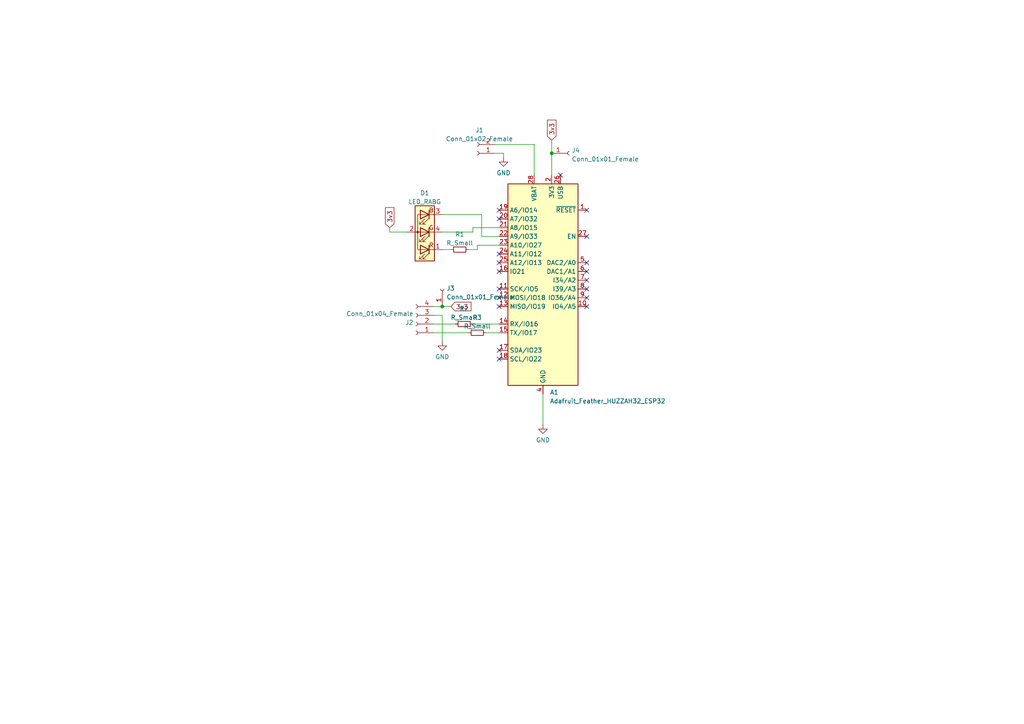
<source format=kicad_sch>
(kicad_sch (version 20211123) (generator eeschema)
  (paper "A4")
  (title_block (title "Pipetta Cognito Shield") (date "2022-06-22") (rev "2.0") (comment 1 "Simone Guercio"))
  (lib_symbols
    (symbol "Connector:Conn_01x01_Female" (pin_names (offset 1.016) hide)
      (property "Reference" "J" (at 0 2.54 0))
      (property "Value" "Conn_01x01_Female" (at 0 -2.54 0))
      (symbol "Conn_01x01_Female_1_1"
        (polyline (pts (xy -1.27 0) (xy -0.508 0)) (stroke (width 0.1524)))
        (arc (start 0 0.508) (mid -0.508 0) (end 0 -0.508) (stroke (width 0.1524)))
        (pin passive line (at -5.08 0 0) (length 3.81) (name "Pin_1") (number "1"))
      )
    )
    (symbol "Connector:Conn_01x02_Female" (pin_names (offset 1.016) hide)
      (property "Reference" "J" (at 0 2.54 0))
      (property "Value" "Conn_01x02_Female" (at 0 -5.08 0))
      (symbol "Conn_01x02_Female_1_1"
        (arc (start 0 -2.032) (mid -0.508 -2.54) (end 0 -3.048) (stroke (width 0.1524)))
        (polyline (pts (xy -1.27 -2.54) (xy -0.508 -2.54)) (stroke (width 0.1524)))
        (polyline (pts (xy -1.27 0) (xy -0.508 0)) (stroke (width 0.1524)))
        (arc (start 0 0.508) (mid -0.508 0) (end 0 -0.508) (stroke (width 0.1524)))
        (pin passive line (at -5.08 0 0) (length 3.81) (name "Pin_1") (number "1"))
        (pin passive line (at -5.08 -2.54 0) (length 3.81) (name "Pin_2") (number "2"))
      )
    )
    (symbol "Connector:Conn_01x04_Female" (pin_names (offset 1.016) hide)
      (property "Reference" "J" (at 0 5.08 0))
      (property "Value" "Conn_01x04_Female" (at 0 -7.62 0))
      (symbol "Conn_01x04_Female_1_1"
        (arc (start 0 -4.572) (mid -0.508 -5.08) (end 0 -5.588) (stroke (width 0.1524)))
        (arc (start 0 -2.032) (mid -0.508 -2.54) (end 0 -3.048) (stroke (width 0.1524)))
        (polyline (pts (xy -1.27 -5.08) (xy -0.508 -5.08)) (stroke (width 0.1524)))
        (polyline (pts (xy -1.27 -2.54) (xy -0.508 -2.54)) (stroke (width 0.1524)))
        (polyline (pts (xy -1.27 0) (xy -0.508 0)) (stroke (width 0.1524)))
        (polyline (pts (xy -1.27 2.54) (xy -0.508 2.54)) (stroke (width 0.1524)))
        (arc (start 0 0.508) (mid -0.508 0) (end 0 -0.508) (stroke (width 0.1524)))
        (arc (start 0 3.048) (mid -0.508 2.54) (end 0 2.032) (stroke (width 0.1524)))
        (pin passive line (at -5.08 2.54 0) (length 3.81) (name "Pin_1") (number "1"))
        (pin passive line (at -5.08 0 0) (length 3.81) (name "Pin_2") (number "2"))
        (pin passive line (at -5.08 -2.54 0) (length 3.81) (name "Pin_3") (number "3"))
        (pin passive line (at -5.08 -5.08 0) (length 3.81) (name "Pin_4") (number "4"))
      )
    )
    (symbol "Device:LED_RABG" (pin_names (offset 0) hide)
      (property "Reference" "D" (at 0 9.398 0))
      (property "Value" "LED_RABG" (at 0 -8.89 0))
      (symbol "LED_RABG_0_0"
        (text "B" (at -1.905 -6.35 0) (effects (font (size 1.27 1.27))))
        (text "G" (at -1.905 -1.27 0) (effects (font (size 1.27 1.27))))
        (text "R" (at -1.905 3.81 0) (effects (font (size 1.27 1.27))))
      )
      (symbol "LED_RABG_0_1"
        (polyline (pts (xy -1.27 -5.08) (xy -2.54 -5.08)))
        (polyline (pts (xy -1.27 -5.08) (xy 1.27 -5.08)))
        (polyline (pts (xy -1.27 -3.81) (xy -1.27 -6.35)) (stroke (width 0.254)))
        (polyline (pts (xy -1.27 0) (xy -2.54 0)))
        (polyline (pts (xy -1.27 1.27) (xy -1.27 -1.27)) (stroke (width 0.254)))
        (polyline (pts (xy -1.27 5.08) (xy -2.54 5.08)))
        (polyline (pts (xy -1.27 5.08) (xy 1.27 5.08)))
        (polyline (pts (xy -1.27 6.35) (xy -1.27 3.81)) (stroke (width 0.254)))
        (polyline (pts (xy 1.27 0) (xy -1.27 0)))
        (polyline (pts (xy 1.27 0) (xy 2.54 0)))
        (polyline (pts (xy -1.27 1.27) (xy -1.27 -1.27) (xy -1.27 -1.27)))
        (polyline (pts (xy -1.27 6.35) (xy -1.27 3.81) (xy -1.27 3.81)))
        (polyline (pts (xy 1.27 -5.08) (xy 2.032 -5.08) (xy 2.032 5.08) (xy 1.27 5.08)))
        (polyline (pts (xy 1.27 -3.81) (xy 1.27 -6.35) (xy -1.27 -5.08) (xy 1.27 -3.81)) (stroke (width 0.254)))
        (polyline (pts (xy 1.27 1.27) (xy 1.27 -1.27) (xy -1.27 0) (xy 1.27 1.27)) (stroke (width 0.254)))
        (polyline (pts (xy 1.27 6.35) (xy 1.27 3.81) (xy -1.27 5.08) (xy 1.27 6.35)) (stroke (width 0.254)))
        (polyline (pts (xy -1.016 -3.81) (xy 0.508 -2.286) (xy -0.254 -2.286) (xy 0.508 -2.286) (xy 0.508 -3.048)))
        (polyline (pts (xy -1.016 1.27) (xy 0.508 2.794) (xy -0.254 2.794) (xy 0.508 2.794) (xy 0.508 2.032)))
        (polyline (pts (xy -1.016 6.35) (xy 0.508 7.874) (xy -0.254 7.874) (xy 0.508 7.874) (xy 0.508 7.112)))
        (polyline (pts (xy 0 -3.81) (xy 1.524 -2.286) (xy 0.762 -2.286) (xy 1.524 -2.286) (xy 1.524 -3.048)))
        (polyline (pts (xy 0 1.27) (xy 1.524 2.794) (xy 0.762 2.794) (xy 1.524 2.794) (xy 1.524 2.032)))
        (polyline (pts (xy 0 6.35) (xy 1.524 7.874) (xy 0.762 7.874) (xy 1.524 7.874) (xy 1.524 7.112)))
        (rectangle (start 1.27 -1.27) (end 1.27 1.27))
        (rectangle (start 1.27 1.27) (end 1.27 1.27))
        (rectangle (start 1.27 3.81) (end 1.27 6.35))
        (rectangle (start 1.27 6.35) (end 1.27 6.35))
        (circle (center 2.032 0) (radius 0.254) (fill (type outline)))
        (rectangle (start 2.794 8.382) (end -2.794 -7.62) (stroke (width 0.254)) (fill (type background)))
      )
      (symbol "LED_RABG_1_1"
        (pin passive line (at -5.08 5.08 0) (length 2.54) (name "RK") (number "1"))
        (pin passive line (at 5.08 0 180) (length 2.54) (name "A") (number "2"))
        (pin passive line (at -5.08 -5.08 0) (length 2.54) (name "BK") (number "3"))
        (pin passive line (at -5.08 0 0) (length 2.54) (name "GK") (number "4"))
      )
    )
    (symbol "Device:R_Small" (pin_numbers hide) (pin_names (offset 0.254) hide)
      (property "Reference" "R" (at 0.762 0.508 0))
      (property "Value" "R_Small" (at 0.762 -1.016 0))
      (symbol "R_Small_0_1"
        (rectangle (start -0.762 1.778) (end 0.762 -1.778) (stroke (width 0.2032)))
      )
      (symbol "R_Small_1_1"
        (pin passive line (at 0 2.54 270) (length 0.762) (name "~") (number "1"))
        (pin passive line (at 0 -2.54 90) (length 0.762) (name "~") (number "2"))
      )
    )
    (symbol "MCU_Module:Adafruit_Feather_HUZZAH32_ESP32"
      (property "Reference" "A" (at -10.16 29.21 0))
      (property "Value" "Adafruit_Feather_HUZZAH32_ESP32" (at 2.54 -31.75 0))
      (symbol "Adafruit_Feather_HUZZAH32_ESP32_0_1"
        (rectangle (start -10.16 27.94) (end 10.16 -30.48) (stroke (width 0.254)) (fill (type background)))
      )
      (symbol "Adafruit_Feather_HUZZAH32_ESP32_1_1"
        (pin input line (at 12.7 20.32 180) (length 2.54) (name "~{RESET}") (number "1"))
        (pin bidirectional line (at 12.7 -7.62 180) (length 2.54) (name "IO4/A5") (number "10"))
        (pin bidirectional line (at -12.7 -2.54 0) (length 2.54) (name "SCK/IO5") (number "11"))
        (pin bidirectional line (at -12.7 -5.08 0) (length 2.54) (name "MOSI/IO18") (number "12"))
        (pin bidirectional line (at -12.7 -7.62 0) (length 2.54) (name "MISO/IO19") (number "13"))
        (pin bidirectional line (at -12.7 -12.7 0) (length 2.54) (name "RX/IO16") (number "14"))
        (pin bidirectional line (at -12.7 -15.24 0) (length 2.54) (name "TX/IO17") (number "15"))
        (pin bidirectional line (at -12.7 2.54 0) (length 2.54) (name "IO21") (number "16"))
        (pin bidirectional line (at -12.7 -20.32 0) (length 2.54) (name "SDA/IO23") (number "17"))
        (pin bidirectional line (at -12.7 -22.86 0) (length 2.54) (name "SCL/IO22") (number "18"))
        (pin bidirectional line (at -12.7 20.32 0) (length 2.54) (name "A6/IO14") (number "19"))
        (pin power_in line (at 2.54 30.48 270) (length 2.54) (name "3V3") (number "2"))
        (pin bidirectional line (at -12.7 17.78 0) (length 2.54) (name "A7/IO32") (number "20"))
        (pin bidirectional line (at -12.7 15.24 0) (length 2.54) (name "A8/IO15") (number "21"))
        (pin bidirectional line (at -12.7 12.7 0) (length 2.54) (name "A9/IO33") (number "22"))
        (pin bidirectional line (at -12.7 10.16 0) (length 2.54) (name "A10/IO27") (number "23"))
        (pin bidirectional line (at -12.7 7.62 0) (length 2.54) (name "A11/IO12") (number "24"))
        (pin bidirectional line (at -12.7 5.08 0) (length 2.54) (name "A12/IO13") (number "25"))
        (pin power_in line (at 5.08 30.48 270) (length 2.54) (name "USB") (number "26"))
        (pin input line (at 12.7 12.7 180) (length 2.54) (name "EN") (number "27"))
        (pin power_in line (at -2.54 30.48 270) (length 2.54) (name "VBAT") (number "28"))
        (pin no_connect line (at 10.16 10.16 180) (length 2.54) hide (name "NC") (number "3"))
        (pin power_in line (at 0 -33.02 90) (length 2.54) (name "GND") (number "4"))
        (pin bidirectional line (at 12.7 5.08 180) (length 2.54) (name "DAC2/A0") (number "5"))
        (pin bidirectional line (at 12.7 2.54 180) (length 2.54) (name "DAC1/A1") (number "6"))
        (pin bidirectional line (at 12.7 0 180) (length 2.54) (name "I34/A2") (number "7"))
        (pin bidirectional line (at 12.7 -2.54 180) (length 2.54) (name "I39/A3") (number "8"))
        (pin bidirectional line (at 12.7 -5.08 180) (length 2.54) (name "IO36/A4") (number "9"))
      )
    )
    (symbol "power:GND" (power) (pin_names (offset 0))
      (property "Value" "GND" (at 0 -3.81 0))
      (symbol "GND_0_1"
        (polyline (pts (xy 0 0) (xy 0 -1.27) (xy 1.27 -1.27) (xy 0 -2.54) (xy -1.27 -1.27) (xy 0 -1.27)))
      )
      (symbol "GND_1_1"
        (pin power_in line (at 0 0 270) (length 0) hide (name "GND") (number "1"))
      )
    )
  )
  (junction (at 128.27 88.9))
  (junction (at 160.02 44.45))
  (no_connect (at 144.78 104.14))
  (no_connect (at 144.78 101.6))
  (no_connect (at 170.18 60.96))
  (no_connect (at 170.18 68.58))
  (no_connect (at 170.18 88.9))
  (no_connect (at 170.18 76.2))
  (no_connect (at 170.18 78.74))
  (no_connect (at 170.18 81.28))
  (no_connect (at 170.18 83.82))
  (no_connect (at 170.18 86.36))
  (no_connect (at 144.78 88.9))
  (no_connect (at 144.78 86.36))
  (no_connect (at 144.78 83.82))
  (no_connect (at 144.78 78.74))
  (no_connect (at 144.78 76.2))
  (no_connect (at 144.78 73.66))
  (no_connect (at 144.78 63.5))
  (no_connect (at 144.78 60.96))
  (no_connect (at 162.56 50.8))
  (wire (pts (xy 125.73 93.98) (xy 132.08 93.98)))
  (wire (pts (xy 125.73 91.44) (xy 128.27 91.44)))
  (wire (pts (xy 139.7 62.23) (xy 139.7 68.58)))
  (wire (pts (xy 137.16 93.98) (xy 144.78 93.98)))
  (wire (pts (xy 113.03 66.04) (xy 113.03 67.31)))
  (wire (pts (xy 128.27 62.23) (xy 139.7 62.23)))
  (wire (pts (xy 138.43 71.12) (xy 144.78 71.12)))
  (wire (pts (xy 128.27 91.44) (xy 128.27 99.06)))
  (wire (pts (xy 146.05 44.45) (xy 146.05 45.72)))
  (wire (pts (xy 140.97 96.52) (xy 144.78 96.52)))
  (wire (pts (xy 137.16 66.04) (xy 144.78 66.04)))
  (wire (pts (xy 160.02 40.64) (xy 160.02 44.45)))
  (wire (pts (xy 143.51 44.45) (xy 146.05 44.45)))
  (wire (pts (xy 128.27 72.39) (xy 130.81 72.39)))
  (wire (pts (xy 138.43 72.39) (xy 138.43 71.12)))
  (wire (pts (xy 139.7 68.58) (xy 144.78 68.58)))
  (wire (pts (xy 160.02 44.45) (xy 160.02 50.8)))
  (wire (pts (xy 125.73 96.52) (xy 135.89 96.52)))
  (wire (pts (xy 157.48 114.3) (xy 157.48 123.19)))
  (wire (pts (xy 154.94 41.91) (xy 154.94 50.8)))
  (wire (pts (xy 128.27 67.31) (xy 137.16 67.31)))
  (wire (pts (xy 128.27 88.9) (xy 130.81 88.9)))
  (wire (pts (xy 135.89 72.39) (xy 138.43 72.39)))
  (wire (pts (xy 143.51 41.91) (xy 154.94 41.91)))
  (wire (pts (xy 137.16 67.31) (xy 137.16 66.04)))
  (wire (pts (xy 125.73 88.9) (xy 128.27 88.9)))
  (wire (pts (xy 113.03 67.31) (xy 118.11 67.31)))
  (global_label "3v3" (shape input) (at 130.81 88.9 0) (property "Intersheet References" "${INTERSHEET_REFS}" (effects hide)))
  (global_label "3v3" (shape input) (at 113.03 66.04 90) (property "Intersheet References" "${INTERSHEET_REFS}" (effects hide)))
  (global_label "3v3" (shape input) (at 160.02 40.64 90) (property "Intersheet References" "${INTERSHEET_REFS}" (effects hide)))
  (symbol (lib_id "power:GND") (at 146.05 45.72 0) (unit 1)
    (property "Reference" "#PWR02" (effects hide))
    (property "Value" "GND" (at 146.05 50.1634 0))
  )
  (symbol (lib_id "MCU_Module:Adafruit_Feather_HUZZAH32_ESP32") (at 157.48 81.28 0) (unit 1)
    (property "Reference" "A1" (at 159.4994 113.7904 0) (effects (justify left)))
    (property "Value" "Adafruit_Feather_HUZZAH32_ESP32" (at 159.4994 116.3273 0) (effects (justify left)))
    (property "Footprint" "scfablab:FEATHERWING" (effects hide))
    (property "Datasheet" "https://cdn-learn.adafruit.com/downloads/pdf/adafruit-huzzah32-esp32-feather.pdf" (effects hide))
  )
  (symbol (lib_id "Connector:Conn_01x04_Female") (at 120.65 93.98 180) (unit 1)
    (property "Reference" "J2" (at 119.9388 93.5447 0) (effects (justify left)))
    (property "Value" "Conn_01x04_Female" (at 119.9388 91.0078 0) (effects (justify left)))
    (property "Footprint" "sparkfun_connectors:1X04_LONGPADS" (effects hide))
  )
  (symbol (lib_id "Device:R_Small") (at 134.62 93.98 90) (unit 1)
    (property "Reference" "R2" (at 134.62 89.5436 90))
    (property "Value" "R_Small" (at 134.62 92.0805 90))
    (property "Footprint" "Resistor_SMD:R_1206_3216Metric_Pad1.30x1.75mm_HandSolder" (effects hide))
  )
  (symbol (lib_id "Device:R_Small") (at 138.43 96.52 90) (unit 1)
    (property "Reference" "R3" (at 138.43 92.0836 90))
    (property "Value" "R_Small" (at 138.43 94.6205 90))
    (property "Footprint" "Resistor_SMD:R_1206_3216Metric_Pad1.30x1.75mm_HandSolder" (effects hide))
  )
  (symbol (lib_id "Connector:Conn_01x01_Female") (at 128.27 83.82 90) (unit 1)
    (property "Reference" "J3" (at 129.4892 83.6203 90) (effects (justify right)))
    (property "Value" "Conn_01x01_Female" (at 129.4892 86.1572 90) (effects (justify right)))
    (property "Footprint" "Connector_PinHeader_2.54mm:PinHeader_1x01_P2.54mm_Vertical" (effects hide))
  )
  (symbol (lib_id "power:GND") (at 128.27 99.06 0) (unit 1)
    (property "Reference" "#PWR01" (effects hide))
    (property "Value" "GND" (at 128.27 103.5034 0))
  )
  (symbol (lib_id "Device:LED_RABG") (at 123.19 67.31 180) (unit 1)
    (property "Reference" "D1" (at 123.19 55.9902 0))
    (property "Value" "LED_RABG" (at 123.19 58.5271 0))
    (property "Footprint" "fabacademy:LED_RGB_Cree_CLV1A-FKB_3.2x2.8mm" (effects hide))
  )
  (symbol (lib_id "Connector:Conn_01x01_Female") (at 165.1 44.45 0) (unit 1)
    (property "Reference" "J4" (at 165.8112 43.6153 0) (effects (justify left)))
    (property "Value" "Conn_01x01_Female" (at 165.8112 46.1522 0) (effects (justify left)))
    (property "Footprint" "Connector_PinHeader_2.54mm:PinHeader_1x01_P2.54mm_Vertical" (effects hide))
  )
  (symbol (lib_id "Connector:Conn_01x02_Female") (at 138.43 44.45 180) (unit 1)
    (property "Reference" "J1" (at 139.065 37.753 0))
    (property "Value" "Conn_01x02_Female" (at 139.065 40.2899 0))
    (property "Footprint" "sparkfun_connectors:1X02_LONGPADS" (effects hide))
  )
  (symbol (lib_id "Device:R_Small") (at 133.35 72.39 90) (unit 1)
    (property "Reference" "R1" (at 133.35 67.9536 90))
    (property "Value" "R_Small" (at 133.35 70.4905 90))
    (property "Footprint" "Resistor_SMD:R_1206_3216Metric_Pad1.30x1.75mm_HandSolder" (effects hide))
  )
  (symbol (lib_id "power:GND") (at 157.48 123.19 0) (unit 1)
    (property "Reference" "#PWR03" (effects hide))
    (property "Value" "GND" (at 157.48 127.6334 0))
  )
)
</source>
